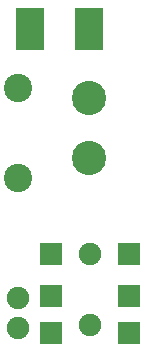
<source format=gts>
G04 #@! TF.FileFunction,Soldermask,Top*
%FSLAX46Y46*%
G04 Gerber Fmt 4.6, Leading zero omitted, Abs format (unit mm)*
G04 Created by KiCad (PCBNEW 4.0.4-stable) date 06/03/17 17:55:28*
%MOMM*%
%LPD*%
G01*
G04 APERTURE LIST*
%ADD10C,0.100000*%
%ADD11R,2.360000X3.550000*%
%ADD12C,1.900000*%
%ADD13R,1.900000X1.900000*%
%ADD14C,2.900000*%
%ADD15C,2.400000*%
G04 APERTURE END LIST*
D10*
D11*
X12048500Y27559000D03*
X7128500Y27559000D03*
D12*
X12128500Y2528500D03*
X12128500Y8528500D03*
D13*
X8828500Y1828500D03*
X8828500Y8528500D03*
X8828500Y5028500D03*
X15428500Y1828500D03*
X15428500Y5028500D03*
X15428500Y8528500D03*
D14*
X12088500Y16700500D03*
X12088500Y21780500D03*
D12*
X6035500Y2286000D03*
X6035500Y4826000D03*
D15*
X6035500Y14986000D03*
X6035500Y22606000D03*
M02*

</source>
